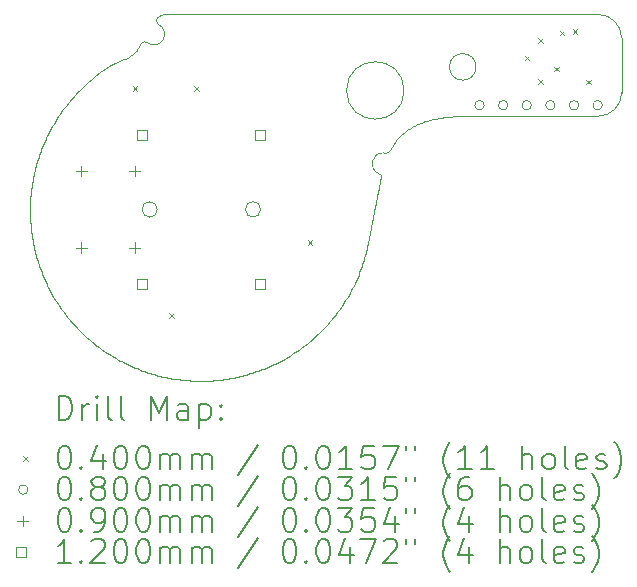
<source format=gbr>
%TF.GenerationSoftware,KiCad,Pcbnew,7.0.6*%
%TF.CreationDate,2023-12-14T14:37:10-08:00*%
%TF.ProjectId,UGC_SubStick,5547435f-5375-4625-9374-69636b2e6b69,rev?*%
%TF.SameCoordinates,Original*%
%TF.FileFunction,Drillmap*%
%TF.FilePolarity,Positive*%
%FSLAX45Y45*%
G04 Gerber Fmt 4.5, Leading zero omitted, Abs format (unit mm)*
G04 Created by KiCad (PCBNEW 7.0.6) date 2023-12-14 14:37:10*
%MOMM*%
%LPD*%
G01*
G04 APERTURE LIST*
%ADD10C,0.100000*%
%ADD11C,0.200000*%
%ADD12C,0.040000*%
%ADD13C,0.080000*%
%ADD14C,0.090000*%
%ADD15C,0.120000*%
G04 APERTURE END LIST*
D10*
X23618272Y-14037382D02*
X23605554Y-14052395D01*
X23593046Y-14067575D01*
X23580749Y-14082920D01*
X23568666Y-14098427D01*
X23556797Y-14114094D01*
X23545144Y-14129920D01*
X23533708Y-14145901D01*
X23522492Y-14162036D01*
X23511496Y-14178322D01*
X23500723Y-14194756D01*
X23490173Y-14211338D01*
X23479849Y-14228064D01*
X23469752Y-14244932D01*
X23459883Y-14261940D01*
X23450244Y-14279086D01*
X23440837Y-14296367D01*
X26241651Y-14687583D02*
X26241343Y-14695279D01*
X26433381Y-14321382D02*
X26442989Y-14313425D01*
X26452798Y-14305743D01*
X26462809Y-14298332D01*
X26473025Y-14291188D01*
X26483450Y-14284307D01*
X26494084Y-14277684D01*
X26504932Y-14271316D01*
X26515996Y-14265197D01*
X26527278Y-14259324D01*
X26538781Y-14253693D01*
X26550508Y-14248298D01*
X26562461Y-14243137D01*
X26574643Y-14238204D01*
X26587056Y-14233495D01*
X26599704Y-14229007D01*
X26612589Y-14224734D01*
X24425418Y-13317610D02*
G75*
G03*
X24351769Y-13344745I2J-113520D01*
G01*
X26168778Y-15063190D02*
X26171046Y-15051693D01*
X26173313Y-15040196D01*
X26175581Y-15028699D01*
X26177849Y-15017201D01*
X26180116Y-15005704D01*
X26182384Y-14994207D01*
X26184652Y-14982710D01*
X26186919Y-14971212D01*
X26189187Y-14959715D01*
X26191454Y-14948218D01*
X26193722Y-14936721D01*
X26195990Y-14925224D01*
X26198257Y-14913726D01*
X26200525Y-14902229D01*
X26202793Y-14890732D01*
X26205060Y-14879235D01*
X26207328Y-14867737D01*
X26209596Y-14856240D01*
X26211863Y-14844743D01*
X26214131Y-14833246D01*
X26216399Y-14821749D01*
X26218666Y-14810251D01*
X26220934Y-14798754D01*
X26223201Y-14787257D01*
X26225469Y-14775760D01*
X26227737Y-14764262D01*
X26230004Y-14752765D01*
X26232272Y-14741268D01*
X26234540Y-14729771D01*
X26236807Y-14718273D01*
X26239075Y-14706776D01*
X26241343Y-14695279D01*
X26239602Y-14680158D02*
X26241651Y-14687583D01*
X23328678Y-15384999D02*
X23333757Y-15401861D01*
X23339038Y-15418650D01*
X23344521Y-15435365D01*
X23350205Y-15452004D01*
X23356088Y-15468565D01*
X23362170Y-15485047D01*
X23368450Y-15501447D01*
X23374927Y-15517765D01*
X23381600Y-15533998D01*
X23388468Y-15550144D01*
X23395531Y-15566203D01*
X23402787Y-15582171D01*
X23410235Y-15598048D01*
X23417875Y-15613832D01*
X23425705Y-15629520D01*
X23433726Y-15645112D01*
X23441935Y-15660605D01*
X23450332Y-15675998D01*
X23458916Y-15691289D01*
X23467686Y-15706476D01*
X23476642Y-15721558D01*
X23485781Y-15736532D01*
X23495104Y-15751398D01*
X23504610Y-15766153D01*
X23514297Y-15780796D01*
X23524165Y-15795324D01*
X23534212Y-15809737D01*
X23544439Y-15824032D01*
X23554843Y-15838208D01*
X23565424Y-15852263D01*
X23576182Y-15866195D01*
X23587115Y-15880003D01*
X26268899Y-14490422D02*
G75*
G03*
X26225809Y-14667115I-10099J-91138D01*
G01*
X24545757Y-16410991D02*
X24563254Y-16412934D01*
X24580764Y-16414662D01*
X24598284Y-16416177D01*
X24615813Y-16417478D01*
X24633348Y-16418565D01*
X24650889Y-16419438D01*
X24668432Y-16420098D01*
X24685977Y-16420544D01*
X24703520Y-16420777D01*
X24721061Y-16420797D01*
X24738596Y-16420604D01*
X24756125Y-16420198D01*
X24773645Y-16419579D01*
X24791155Y-16418748D01*
X24808651Y-16417705D01*
X24826134Y-16416449D01*
X24843599Y-16414982D01*
X24861047Y-16413302D01*
X24878474Y-16411411D01*
X24895878Y-16409308D01*
X24913258Y-16406994D01*
X24930612Y-16404468D01*
X24947938Y-16401732D01*
X24965234Y-16398784D01*
X24982498Y-16395625D01*
X24999727Y-16392256D01*
X25016921Y-16388676D01*
X25034077Y-16384886D01*
X25051193Y-16380886D01*
X25068268Y-16376675D01*
X25085298Y-16372254D01*
X25102283Y-16367624D01*
X24014013Y-16239899D02*
X24029475Y-16248342D01*
X24045030Y-16256591D01*
X24060676Y-16264646D01*
X24076412Y-16272506D01*
X24092235Y-16280170D01*
X24108144Y-16287638D01*
X24124136Y-16294910D01*
X24140211Y-16301983D01*
X24156366Y-16308859D01*
X24172599Y-16315537D01*
X24188908Y-16322015D01*
X24205292Y-16328293D01*
X24221749Y-16334371D01*
X24238276Y-16340248D01*
X24254873Y-16345924D01*
X24271536Y-16351397D01*
X24288265Y-16356667D01*
X24305057Y-16361735D01*
X24321910Y-16366598D01*
X24338823Y-16371257D01*
X24355794Y-16375710D01*
X24372821Y-16379958D01*
X24389902Y-16384000D01*
X24407035Y-16387834D01*
X24424219Y-16391461D01*
X24441451Y-16394880D01*
X24458730Y-16398091D01*
X24476053Y-16401092D01*
X24493419Y-16403883D01*
X24510827Y-16406463D01*
X24528273Y-16408833D01*
X24545757Y-16410991D01*
X24259451Y-13555241D02*
G75*
G03*
X24358984Y-13402763I58939J70251D01*
G01*
X26612589Y-14224734D02*
X26624927Y-14220908D01*
X26637332Y-14217304D01*
X26649782Y-14213917D01*
X26662255Y-14210739D01*
X26674731Y-14207763D01*
X26687187Y-14204984D01*
X26699603Y-14202395D01*
X26711957Y-14199988D01*
X26724226Y-14197757D01*
X26736391Y-14195696D01*
X26748429Y-14193798D01*
X26760319Y-14192056D01*
X26772039Y-14190464D01*
X26783568Y-14189015D01*
X26794884Y-14187702D01*
X26805966Y-14186519D01*
X26816793Y-14185459D01*
X26827343Y-14184516D01*
X26837594Y-14183683D01*
X26857116Y-14182318D01*
X26875185Y-14181314D01*
X26891631Y-14180616D01*
X26906282Y-14180172D01*
X26918966Y-14179929D01*
X26929510Y-14179832D01*
X26933927Y-14179823D01*
X24212383Y-13557128D02*
X24220597Y-13551110D01*
X24223685Y-13549665D01*
X24204761Y-13568323D02*
X24210075Y-13559638D01*
X24212383Y-13557128D01*
X23277498Y-14829687D02*
X23275802Y-14847193D01*
X23274321Y-14864709D01*
X23273054Y-14882232D01*
X23272001Y-14899761D01*
X23271161Y-14917293D01*
X23270536Y-14934827D01*
X23270124Y-14952362D01*
X23269925Y-14969894D01*
X23269939Y-14987422D01*
X23270167Y-15004944D01*
X23270607Y-15022458D01*
X23271259Y-15039962D01*
X23272124Y-15057454D01*
X23273202Y-15074933D01*
X23274491Y-15092396D01*
X23275992Y-15109842D01*
X23277705Y-15127268D01*
X23279630Y-15144672D01*
X23281765Y-15162054D01*
X23284112Y-15179409D01*
X23286670Y-15196738D01*
X23289439Y-15214037D01*
X23292418Y-15231306D01*
X23295608Y-15248541D01*
X23299007Y-15265741D01*
X23302617Y-15282904D01*
X23306437Y-15300028D01*
X23310467Y-15317112D01*
X23314706Y-15334152D01*
X23319154Y-15351148D01*
X23323812Y-15368098D01*
X23328678Y-15384999D01*
X25223220Y-14968852D02*
G75*
G03*
X25223220Y-14968852I-65000J0D01*
G01*
X23440837Y-14296367D02*
X23432627Y-14311924D01*
X23424612Y-14327571D01*
X23416792Y-14343306D01*
X23409167Y-14359128D01*
X23401739Y-14375034D01*
X23394508Y-14391023D01*
X23387474Y-14407094D01*
X23380639Y-14423243D01*
X23374002Y-14439469D01*
X23367564Y-14455771D01*
X23361326Y-14472146D01*
X23355288Y-14488593D01*
X23349451Y-14505110D01*
X23343816Y-14521694D01*
X23338383Y-14538344D01*
X23333152Y-14555059D01*
X23328125Y-14571836D01*
X23323302Y-14588673D01*
X23318683Y-14605568D01*
X23314269Y-14622521D01*
X23310060Y-14639528D01*
X23306058Y-14656588D01*
X23302262Y-14673699D01*
X23298674Y-14690859D01*
X23295293Y-14708066D01*
X23292121Y-14725319D01*
X23289158Y-14742616D01*
X23286405Y-14759954D01*
X23283861Y-14777332D01*
X23281529Y-14794748D01*
X23279407Y-14812201D01*
X23277498Y-14829687D01*
X24075760Y-13695442D02*
G75*
G03*
X23847358Y-13823002I358960J-910998D01*
G01*
X26233992Y-14672276D02*
X26239602Y-14680158D01*
X24348220Y-14968852D02*
G75*
G03*
X24348220Y-14968852I-65000J0D01*
G01*
X23847358Y-13823002D02*
X23831705Y-13834905D01*
X23816221Y-13847016D01*
X23800908Y-13859333D01*
X23785767Y-13871855D01*
X23770801Y-13884579D01*
X23756011Y-13897504D01*
X23741400Y-13910628D01*
X23726970Y-13923949D01*
X23712723Y-13937465D01*
X23698660Y-13951175D01*
X23684783Y-13965075D01*
X23671096Y-13979165D01*
X23657599Y-13993443D01*
X23644294Y-14007906D01*
X23631185Y-14022553D01*
X23618272Y-14037382D01*
X26933927Y-14179823D02*
X28079541Y-14179823D01*
X26436773Y-13961973D02*
G75*
G03*
X26436773Y-13961973I-243000J0D01*
G01*
X25967520Y-15693868D02*
X25979138Y-15673253D01*
X25990163Y-15653068D01*
X26000620Y-15633276D01*
X26010533Y-15613840D01*
X26019928Y-15594723D01*
X26028829Y-15575888D01*
X26037261Y-15557297D01*
X26045249Y-15538913D01*
X26052819Y-15520699D01*
X26059996Y-15502618D01*
X26066803Y-15484633D01*
X26073267Y-15466707D01*
X26079411Y-15448801D01*
X26085262Y-15430880D01*
X26090844Y-15412906D01*
X26096182Y-15394841D01*
X26101301Y-15376649D01*
X26106226Y-15358293D01*
X26110982Y-15339734D01*
X26115593Y-15320937D01*
X26120086Y-15301864D01*
X26124484Y-15282477D01*
X26128813Y-15262739D01*
X26133098Y-15242614D01*
X26137363Y-15222064D01*
X26141635Y-15201051D01*
X26145936Y-15179540D01*
X26150294Y-15157492D01*
X26154732Y-15134870D01*
X26159275Y-15111637D01*
X26163949Y-15087756D01*
X26168778Y-15063190D01*
X24351771Y-13344747D02*
G75*
G03*
X24358984Y-13402763I22709J-26633D01*
G01*
X28079541Y-13317611D02*
X24425418Y-13317611D01*
X25102283Y-16367624D02*
X25119238Y-16362779D01*
X25136123Y-16357730D01*
X25152937Y-16352479D01*
X25169677Y-16347025D01*
X25186342Y-16341370D01*
X25202931Y-16335515D01*
X25219441Y-16329461D01*
X25235871Y-16323208D01*
X25252218Y-16316757D01*
X25268482Y-16310110D01*
X25284661Y-16303267D01*
X25300752Y-16296229D01*
X25316755Y-16288997D01*
X25332666Y-16281572D01*
X25348485Y-16273955D01*
X25364210Y-16266146D01*
X25379839Y-16258146D01*
X25395370Y-16249957D01*
X25410801Y-16241579D01*
X25426131Y-16233013D01*
X25441358Y-16224260D01*
X25456481Y-16215321D01*
X25471497Y-16206197D01*
X25486404Y-16196889D01*
X25501202Y-16187396D01*
X25515887Y-16177722D01*
X25530460Y-16167865D01*
X25544916Y-16157828D01*
X25559256Y-16147611D01*
X25573477Y-16137215D01*
X25587578Y-16126640D01*
X25601556Y-16115888D01*
X26318066Y-14465087D02*
X26323091Y-14456236D01*
X26328344Y-14447304D01*
X26333839Y-14438305D01*
X26339588Y-14429252D01*
X26345605Y-14420160D01*
X26351905Y-14411041D01*
X26358499Y-14401910D01*
X26365403Y-14392779D01*
X26372629Y-14383663D01*
X26380192Y-14374574D01*
X26388104Y-14365527D01*
X26396379Y-14356534D01*
X26405030Y-14347610D01*
X26414072Y-14338767D01*
X26423518Y-14330020D01*
X26433381Y-14321382D01*
X23587115Y-15880003D02*
X23598212Y-15893673D01*
X23609470Y-15907199D01*
X23620886Y-15920581D01*
X23632458Y-15933816D01*
X23644185Y-15946904D01*
X23656066Y-15959843D01*
X23668100Y-15972632D01*
X23680283Y-15985269D01*
X23692616Y-15997754D01*
X23705097Y-16010086D01*
X23717724Y-16022262D01*
X23730496Y-16034282D01*
X23743410Y-16046144D01*
X23756467Y-16057847D01*
X23769664Y-16069390D01*
X23782999Y-16080772D01*
X23796472Y-16091991D01*
X23810080Y-16103046D01*
X23823823Y-16113936D01*
X23837698Y-16124659D01*
X23851705Y-16135215D01*
X23865841Y-16145602D01*
X23880106Y-16155819D01*
X23894497Y-16165864D01*
X23909014Y-16175736D01*
X23923654Y-16185434D01*
X23938417Y-16194957D01*
X23953300Y-16204304D01*
X23968303Y-16213472D01*
X23983424Y-16222462D01*
X23998661Y-16231271D01*
X24014013Y-16239899D01*
X24204761Y-13568323D02*
X24200623Y-13577607D01*
X24196260Y-13586591D01*
X26305545Y-14479838D02*
X26296847Y-14485399D01*
X26288362Y-14488731D01*
X25601556Y-16115888D02*
X25615386Y-16104979D01*
X25629075Y-16093908D01*
X25642621Y-16082676D01*
X25656024Y-16071286D01*
X25669280Y-16059738D01*
X25682390Y-16048035D01*
X25695353Y-16036177D01*
X25708165Y-16024166D01*
X25720828Y-16012004D01*
X25733338Y-15999692D01*
X25745695Y-15987231D01*
X25757898Y-15974623D01*
X25769945Y-15961870D01*
X25781835Y-15948972D01*
X25793567Y-15935932D01*
X25805139Y-15922751D01*
X25816550Y-15909430D01*
X25827799Y-15895971D01*
X25838884Y-15882376D01*
X25849805Y-15868645D01*
X25860559Y-15854781D01*
X25871146Y-15840784D01*
X25881564Y-15826656D01*
X25891812Y-15812400D01*
X25901889Y-15798015D01*
X25911793Y-15783504D01*
X25921523Y-15768868D01*
X25931078Y-15754109D01*
X25940457Y-15739228D01*
X25949657Y-15724227D01*
X25958679Y-15709106D01*
X25967520Y-15693868D01*
X24223685Y-13549665D02*
X24233568Y-13547216D01*
X24236975Y-13547052D01*
X28279539Y-13517611D02*
G75*
G03*
X28079541Y-13317611I-199999J1D01*
G01*
X28079541Y-14179821D02*
G75*
G03*
X28279541Y-13979823I-1J200001D01*
G01*
X27046427Y-13762138D02*
G75*
G03*
X27046427Y-13762138I-112500J0D01*
G01*
X28279541Y-13979823D02*
X28279541Y-13517611D01*
X26318066Y-14465087D02*
X26312130Y-14473535D01*
X26305545Y-14479838D01*
X24137963Y-13659420D02*
X24129414Y-13665451D01*
X24120175Y-13671738D01*
X24110123Y-13678057D01*
X24099858Y-13683793D01*
X24090113Y-13688703D01*
X24080946Y-13693049D01*
X24075761Y-13695442D01*
X24236975Y-13547052D02*
X24247123Y-13548561D01*
X24248935Y-13549165D01*
X24196260Y-13586591D02*
X24191172Y-13595290D01*
X24185252Y-13605077D01*
X24179738Y-13613673D01*
X24173847Y-13622081D01*
X24172709Y-13623616D01*
X26225809Y-14667115D02*
X26233992Y-14672276D01*
X24248935Y-13549165D02*
X24257956Y-13554052D01*
X24259452Y-13555239D01*
X24172709Y-13623616D02*
X24165770Y-13631311D01*
X24158558Y-13639160D01*
X24151646Y-13646440D01*
X24144528Y-13653493D01*
X24137963Y-13659420D01*
X26288362Y-14488731D02*
X26278102Y-14490581D01*
X26268900Y-14490413D01*
D11*
D12*
X24140000Y-13922500D02*
X24180000Y-13962500D01*
X24180000Y-13922500D02*
X24140000Y-13962500D01*
X24450000Y-15845000D02*
X24490000Y-15885000D01*
X24490000Y-15845000D02*
X24450000Y-15885000D01*
X24657500Y-13922500D02*
X24697500Y-13962500D01*
X24697500Y-13922500D02*
X24657500Y-13962500D01*
X25620000Y-15230000D02*
X25660000Y-15270000D01*
X25660000Y-15230000D02*
X25620000Y-15270000D01*
X27457500Y-13667500D02*
X27497500Y-13707500D01*
X27497500Y-13667500D02*
X27457500Y-13707500D01*
X27572500Y-13517500D02*
X27612500Y-13557500D01*
X27612500Y-13517500D02*
X27572500Y-13557500D01*
X27575000Y-13865000D02*
X27615000Y-13905000D01*
X27615000Y-13865000D02*
X27575000Y-13905000D01*
X27705000Y-13760000D02*
X27745000Y-13800000D01*
X27745000Y-13760000D02*
X27705000Y-13800000D01*
X27755000Y-13455000D02*
X27795000Y-13495000D01*
X27795000Y-13455000D02*
X27755000Y-13495000D01*
X27865000Y-13440000D02*
X27905000Y-13480000D01*
X27905000Y-13440000D02*
X27865000Y-13480000D01*
X27980000Y-13870000D02*
X28020000Y-13910000D01*
X28020000Y-13870000D02*
X27980000Y-13910000D01*
D13*
X27116100Y-14086741D02*
G75*
G03*
X27116100Y-14086741I-40000J0D01*
G01*
X27316100Y-14086741D02*
G75*
G03*
X27316100Y-14086741I-40000J0D01*
G01*
X27516100Y-14086741D02*
G75*
G03*
X27516100Y-14086741I-40000J0D01*
G01*
X27716100Y-14086741D02*
G75*
G03*
X27716100Y-14086741I-40000J0D01*
G01*
X27916100Y-14086741D02*
G75*
G03*
X27916100Y-14086741I-40000J0D01*
G01*
X28116100Y-14086741D02*
G75*
G03*
X28116100Y-14086741I-40000J0D01*
G01*
D14*
X23705720Y-14598852D02*
X23705720Y-14688852D01*
X23660720Y-14643852D02*
X23750720Y-14643852D01*
X23705720Y-15248852D02*
X23705720Y-15338852D01*
X23660720Y-15293852D02*
X23750720Y-15293852D01*
X24155720Y-14598852D02*
X24155720Y-14688852D01*
X24110720Y-14643852D02*
X24200720Y-14643852D01*
X24155720Y-15248852D02*
X24155720Y-15338852D01*
X24110720Y-15293852D02*
X24200720Y-15293852D01*
D15*
X24263147Y-14378779D02*
X24263147Y-14293925D01*
X24178293Y-14293925D01*
X24178293Y-14378779D01*
X24263147Y-14378779D01*
X24263147Y-15643779D02*
X24263147Y-15558925D01*
X24178293Y-15558925D01*
X24178293Y-15643779D01*
X24263147Y-15643779D01*
X25263147Y-14378779D02*
X25263147Y-14293925D01*
X25178293Y-14293925D01*
X25178293Y-14378779D01*
X25263147Y-14378779D01*
X25263147Y-15643779D02*
X25263147Y-15558925D01*
X25178293Y-15558925D01*
X25178293Y-15643779D01*
X25263147Y-15643779D01*
D11*
X23514043Y-16749344D02*
X23514043Y-16549344D01*
X23514043Y-16549344D02*
X23561662Y-16549344D01*
X23561662Y-16549344D02*
X23590233Y-16558868D01*
X23590233Y-16558868D02*
X23609281Y-16577916D01*
X23609281Y-16577916D02*
X23618805Y-16596963D01*
X23618805Y-16596963D02*
X23628329Y-16635059D01*
X23628329Y-16635059D02*
X23628329Y-16663630D01*
X23628329Y-16663630D02*
X23618805Y-16701725D01*
X23618805Y-16701725D02*
X23609281Y-16720773D01*
X23609281Y-16720773D02*
X23590233Y-16739821D01*
X23590233Y-16739821D02*
X23561662Y-16749344D01*
X23561662Y-16749344D02*
X23514043Y-16749344D01*
X23714043Y-16749344D02*
X23714043Y-16616011D01*
X23714043Y-16654106D02*
X23723567Y-16635059D01*
X23723567Y-16635059D02*
X23733090Y-16625535D01*
X23733090Y-16625535D02*
X23752138Y-16616011D01*
X23752138Y-16616011D02*
X23771186Y-16616011D01*
X23837852Y-16749344D02*
X23837852Y-16616011D01*
X23837852Y-16549344D02*
X23828329Y-16558868D01*
X23828329Y-16558868D02*
X23837852Y-16568392D01*
X23837852Y-16568392D02*
X23847376Y-16558868D01*
X23847376Y-16558868D02*
X23837852Y-16549344D01*
X23837852Y-16549344D02*
X23837852Y-16568392D01*
X23961662Y-16749344D02*
X23942614Y-16739821D01*
X23942614Y-16739821D02*
X23933090Y-16720773D01*
X23933090Y-16720773D02*
X23933090Y-16549344D01*
X24066424Y-16749344D02*
X24047376Y-16739821D01*
X24047376Y-16739821D02*
X24037852Y-16720773D01*
X24037852Y-16720773D02*
X24037852Y-16549344D01*
X24294995Y-16749344D02*
X24294995Y-16549344D01*
X24294995Y-16549344D02*
X24361662Y-16692202D01*
X24361662Y-16692202D02*
X24428329Y-16549344D01*
X24428329Y-16549344D02*
X24428329Y-16749344D01*
X24609281Y-16749344D02*
X24609281Y-16644583D01*
X24609281Y-16644583D02*
X24599757Y-16625535D01*
X24599757Y-16625535D02*
X24580710Y-16616011D01*
X24580710Y-16616011D02*
X24542614Y-16616011D01*
X24542614Y-16616011D02*
X24523567Y-16625535D01*
X24609281Y-16739821D02*
X24590233Y-16749344D01*
X24590233Y-16749344D02*
X24542614Y-16749344D01*
X24542614Y-16749344D02*
X24523567Y-16739821D01*
X24523567Y-16739821D02*
X24514043Y-16720773D01*
X24514043Y-16720773D02*
X24514043Y-16701725D01*
X24514043Y-16701725D02*
X24523567Y-16682678D01*
X24523567Y-16682678D02*
X24542614Y-16673154D01*
X24542614Y-16673154D02*
X24590233Y-16673154D01*
X24590233Y-16673154D02*
X24609281Y-16663630D01*
X24704519Y-16616011D02*
X24704519Y-16816011D01*
X24704519Y-16625535D02*
X24723567Y-16616011D01*
X24723567Y-16616011D02*
X24761662Y-16616011D01*
X24761662Y-16616011D02*
X24780710Y-16625535D01*
X24780710Y-16625535D02*
X24790233Y-16635059D01*
X24790233Y-16635059D02*
X24799757Y-16654106D01*
X24799757Y-16654106D02*
X24799757Y-16711249D01*
X24799757Y-16711249D02*
X24790233Y-16730297D01*
X24790233Y-16730297D02*
X24780710Y-16739821D01*
X24780710Y-16739821D02*
X24761662Y-16749344D01*
X24761662Y-16749344D02*
X24723567Y-16749344D01*
X24723567Y-16749344D02*
X24704519Y-16739821D01*
X24885471Y-16730297D02*
X24894995Y-16739821D01*
X24894995Y-16739821D02*
X24885471Y-16749344D01*
X24885471Y-16749344D02*
X24875948Y-16739821D01*
X24875948Y-16739821D02*
X24885471Y-16730297D01*
X24885471Y-16730297D02*
X24885471Y-16749344D01*
X24885471Y-16625535D02*
X24894995Y-16635059D01*
X24894995Y-16635059D02*
X24885471Y-16644583D01*
X24885471Y-16644583D02*
X24875948Y-16635059D01*
X24875948Y-16635059D02*
X24885471Y-16625535D01*
X24885471Y-16625535D02*
X24885471Y-16644583D01*
D12*
X23213266Y-17057861D02*
X23253266Y-17097861D01*
X23253266Y-17057861D02*
X23213266Y-17097861D01*
D11*
X23552138Y-16969345D02*
X23571186Y-16969345D01*
X23571186Y-16969345D02*
X23590233Y-16978868D01*
X23590233Y-16978868D02*
X23599757Y-16988392D01*
X23599757Y-16988392D02*
X23609281Y-17007440D01*
X23609281Y-17007440D02*
X23618805Y-17045535D01*
X23618805Y-17045535D02*
X23618805Y-17093154D01*
X23618805Y-17093154D02*
X23609281Y-17131249D01*
X23609281Y-17131249D02*
X23599757Y-17150297D01*
X23599757Y-17150297D02*
X23590233Y-17159821D01*
X23590233Y-17159821D02*
X23571186Y-17169345D01*
X23571186Y-17169345D02*
X23552138Y-17169345D01*
X23552138Y-17169345D02*
X23533090Y-17159821D01*
X23533090Y-17159821D02*
X23523567Y-17150297D01*
X23523567Y-17150297D02*
X23514043Y-17131249D01*
X23514043Y-17131249D02*
X23504519Y-17093154D01*
X23504519Y-17093154D02*
X23504519Y-17045535D01*
X23504519Y-17045535D02*
X23514043Y-17007440D01*
X23514043Y-17007440D02*
X23523567Y-16988392D01*
X23523567Y-16988392D02*
X23533090Y-16978868D01*
X23533090Y-16978868D02*
X23552138Y-16969345D01*
X23704519Y-17150297D02*
X23714043Y-17159821D01*
X23714043Y-17159821D02*
X23704519Y-17169345D01*
X23704519Y-17169345D02*
X23694995Y-17159821D01*
X23694995Y-17159821D02*
X23704519Y-17150297D01*
X23704519Y-17150297D02*
X23704519Y-17169345D01*
X23885471Y-17036011D02*
X23885471Y-17169345D01*
X23837852Y-16959821D02*
X23790233Y-17102678D01*
X23790233Y-17102678D02*
X23914043Y-17102678D01*
X24028329Y-16969345D02*
X24047376Y-16969345D01*
X24047376Y-16969345D02*
X24066424Y-16978868D01*
X24066424Y-16978868D02*
X24075948Y-16988392D01*
X24075948Y-16988392D02*
X24085471Y-17007440D01*
X24085471Y-17007440D02*
X24094995Y-17045535D01*
X24094995Y-17045535D02*
X24094995Y-17093154D01*
X24094995Y-17093154D02*
X24085471Y-17131249D01*
X24085471Y-17131249D02*
X24075948Y-17150297D01*
X24075948Y-17150297D02*
X24066424Y-17159821D01*
X24066424Y-17159821D02*
X24047376Y-17169345D01*
X24047376Y-17169345D02*
X24028329Y-17169345D01*
X24028329Y-17169345D02*
X24009281Y-17159821D01*
X24009281Y-17159821D02*
X23999757Y-17150297D01*
X23999757Y-17150297D02*
X23990233Y-17131249D01*
X23990233Y-17131249D02*
X23980710Y-17093154D01*
X23980710Y-17093154D02*
X23980710Y-17045535D01*
X23980710Y-17045535D02*
X23990233Y-17007440D01*
X23990233Y-17007440D02*
X23999757Y-16988392D01*
X23999757Y-16988392D02*
X24009281Y-16978868D01*
X24009281Y-16978868D02*
X24028329Y-16969345D01*
X24218805Y-16969345D02*
X24237852Y-16969345D01*
X24237852Y-16969345D02*
X24256900Y-16978868D01*
X24256900Y-16978868D02*
X24266424Y-16988392D01*
X24266424Y-16988392D02*
X24275948Y-17007440D01*
X24275948Y-17007440D02*
X24285471Y-17045535D01*
X24285471Y-17045535D02*
X24285471Y-17093154D01*
X24285471Y-17093154D02*
X24275948Y-17131249D01*
X24275948Y-17131249D02*
X24266424Y-17150297D01*
X24266424Y-17150297D02*
X24256900Y-17159821D01*
X24256900Y-17159821D02*
X24237852Y-17169345D01*
X24237852Y-17169345D02*
X24218805Y-17169345D01*
X24218805Y-17169345D02*
X24199757Y-17159821D01*
X24199757Y-17159821D02*
X24190233Y-17150297D01*
X24190233Y-17150297D02*
X24180710Y-17131249D01*
X24180710Y-17131249D02*
X24171186Y-17093154D01*
X24171186Y-17093154D02*
X24171186Y-17045535D01*
X24171186Y-17045535D02*
X24180710Y-17007440D01*
X24180710Y-17007440D02*
X24190233Y-16988392D01*
X24190233Y-16988392D02*
X24199757Y-16978868D01*
X24199757Y-16978868D02*
X24218805Y-16969345D01*
X24371186Y-17169345D02*
X24371186Y-17036011D01*
X24371186Y-17055059D02*
X24380710Y-17045535D01*
X24380710Y-17045535D02*
X24399757Y-17036011D01*
X24399757Y-17036011D02*
X24428329Y-17036011D01*
X24428329Y-17036011D02*
X24447376Y-17045535D01*
X24447376Y-17045535D02*
X24456900Y-17064583D01*
X24456900Y-17064583D02*
X24456900Y-17169345D01*
X24456900Y-17064583D02*
X24466424Y-17045535D01*
X24466424Y-17045535D02*
X24485471Y-17036011D01*
X24485471Y-17036011D02*
X24514043Y-17036011D01*
X24514043Y-17036011D02*
X24533091Y-17045535D01*
X24533091Y-17045535D02*
X24542614Y-17064583D01*
X24542614Y-17064583D02*
X24542614Y-17169345D01*
X24637852Y-17169345D02*
X24637852Y-17036011D01*
X24637852Y-17055059D02*
X24647376Y-17045535D01*
X24647376Y-17045535D02*
X24666424Y-17036011D01*
X24666424Y-17036011D02*
X24694995Y-17036011D01*
X24694995Y-17036011D02*
X24714043Y-17045535D01*
X24714043Y-17045535D02*
X24723567Y-17064583D01*
X24723567Y-17064583D02*
X24723567Y-17169345D01*
X24723567Y-17064583D02*
X24733091Y-17045535D01*
X24733091Y-17045535D02*
X24752138Y-17036011D01*
X24752138Y-17036011D02*
X24780710Y-17036011D01*
X24780710Y-17036011D02*
X24799757Y-17045535D01*
X24799757Y-17045535D02*
X24809281Y-17064583D01*
X24809281Y-17064583D02*
X24809281Y-17169345D01*
X25199757Y-16959821D02*
X25028329Y-17216964D01*
X25456900Y-16969345D02*
X25475948Y-16969345D01*
X25475948Y-16969345D02*
X25494995Y-16978868D01*
X25494995Y-16978868D02*
X25504519Y-16988392D01*
X25504519Y-16988392D02*
X25514043Y-17007440D01*
X25514043Y-17007440D02*
X25523567Y-17045535D01*
X25523567Y-17045535D02*
X25523567Y-17093154D01*
X25523567Y-17093154D02*
X25514043Y-17131249D01*
X25514043Y-17131249D02*
X25504519Y-17150297D01*
X25504519Y-17150297D02*
X25494995Y-17159821D01*
X25494995Y-17159821D02*
X25475948Y-17169345D01*
X25475948Y-17169345D02*
X25456900Y-17169345D01*
X25456900Y-17169345D02*
X25437853Y-17159821D01*
X25437853Y-17159821D02*
X25428329Y-17150297D01*
X25428329Y-17150297D02*
X25418805Y-17131249D01*
X25418805Y-17131249D02*
X25409281Y-17093154D01*
X25409281Y-17093154D02*
X25409281Y-17045535D01*
X25409281Y-17045535D02*
X25418805Y-17007440D01*
X25418805Y-17007440D02*
X25428329Y-16988392D01*
X25428329Y-16988392D02*
X25437853Y-16978868D01*
X25437853Y-16978868D02*
X25456900Y-16969345D01*
X25609281Y-17150297D02*
X25618805Y-17159821D01*
X25618805Y-17159821D02*
X25609281Y-17169345D01*
X25609281Y-17169345D02*
X25599757Y-17159821D01*
X25599757Y-17159821D02*
X25609281Y-17150297D01*
X25609281Y-17150297D02*
X25609281Y-17169345D01*
X25742614Y-16969345D02*
X25761662Y-16969345D01*
X25761662Y-16969345D02*
X25780710Y-16978868D01*
X25780710Y-16978868D02*
X25790234Y-16988392D01*
X25790234Y-16988392D02*
X25799757Y-17007440D01*
X25799757Y-17007440D02*
X25809281Y-17045535D01*
X25809281Y-17045535D02*
X25809281Y-17093154D01*
X25809281Y-17093154D02*
X25799757Y-17131249D01*
X25799757Y-17131249D02*
X25790234Y-17150297D01*
X25790234Y-17150297D02*
X25780710Y-17159821D01*
X25780710Y-17159821D02*
X25761662Y-17169345D01*
X25761662Y-17169345D02*
X25742614Y-17169345D01*
X25742614Y-17169345D02*
X25723567Y-17159821D01*
X25723567Y-17159821D02*
X25714043Y-17150297D01*
X25714043Y-17150297D02*
X25704519Y-17131249D01*
X25704519Y-17131249D02*
X25694995Y-17093154D01*
X25694995Y-17093154D02*
X25694995Y-17045535D01*
X25694995Y-17045535D02*
X25704519Y-17007440D01*
X25704519Y-17007440D02*
X25714043Y-16988392D01*
X25714043Y-16988392D02*
X25723567Y-16978868D01*
X25723567Y-16978868D02*
X25742614Y-16969345D01*
X25999757Y-17169345D02*
X25885472Y-17169345D01*
X25942614Y-17169345D02*
X25942614Y-16969345D01*
X25942614Y-16969345D02*
X25923567Y-16997916D01*
X25923567Y-16997916D02*
X25904519Y-17016964D01*
X25904519Y-17016964D02*
X25885472Y-17026487D01*
X26180710Y-16969345D02*
X26085472Y-16969345D01*
X26085472Y-16969345D02*
X26075948Y-17064583D01*
X26075948Y-17064583D02*
X26085472Y-17055059D01*
X26085472Y-17055059D02*
X26104519Y-17045535D01*
X26104519Y-17045535D02*
X26152138Y-17045535D01*
X26152138Y-17045535D02*
X26171186Y-17055059D01*
X26171186Y-17055059D02*
X26180710Y-17064583D01*
X26180710Y-17064583D02*
X26190234Y-17083630D01*
X26190234Y-17083630D02*
X26190234Y-17131249D01*
X26190234Y-17131249D02*
X26180710Y-17150297D01*
X26180710Y-17150297D02*
X26171186Y-17159821D01*
X26171186Y-17159821D02*
X26152138Y-17169345D01*
X26152138Y-17169345D02*
X26104519Y-17169345D01*
X26104519Y-17169345D02*
X26085472Y-17159821D01*
X26085472Y-17159821D02*
X26075948Y-17150297D01*
X26256900Y-16969345D02*
X26390234Y-16969345D01*
X26390234Y-16969345D02*
X26304519Y-17169345D01*
X26456900Y-16969345D02*
X26456900Y-17007440D01*
X26533091Y-16969345D02*
X26533091Y-17007440D01*
X26828329Y-17245535D02*
X26818805Y-17236011D01*
X26818805Y-17236011D02*
X26799757Y-17207440D01*
X26799757Y-17207440D02*
X26790234Y-17188392D01*
X26790234Y-17188392D02*
X26780710Y-17159821D01*
X26780710Y-17159821D02*
X26771186Y-17112202D01*
X26771186Y-17112202D02*
X26771186Y-17074106D01*
X26771186Y-17074106D02*
X26780710Y-17026487D01*
X26780710Y-17026487D02*
X26790234Y-16997916D01*
X26790234Y-16997916D02*
X26799757Y-16978868D01*
X26799757Y-16978868D02*
X26818805Y-16950297D01*
X26818805Y-16950297D02*
X26828329Y-16940773D01*
X27009281Y-17169345D02*
X26894996Y-17169345D01*
X26952138Y-17169345D02*
X26952138Y-16969345D01*
X26952138Y-16969345D02*
X26933091Y-16997916D01*
X26933091Y-16997916D02*
X26914043Y-17016964D01*
X26914043Y-17016964D02*
X26894996Y-17026487D01*
X27199757Y-17169345D02*
X27085472Y-17169345D01*
X27142615Y-17169345D02*
X27142615Y-16969345D01*
X27142615Y-16969345D02*
X27123567Y-16997916D01*
X27123567Y-16997916D02*
X27104519Y-17016964D01*
X27104519Y-17016964D02*
X27085472Y-17026487D01*
X27437853Y-17169345D02*
X27437853Y-16969345D01*
X27523567Y-17169345D02*
X27523567Y-17064583D01*
X27523567Y-17064583D02*
X27514043Y-17045535D01*
X27514043Y-17045535D02*
X27494996Y-17036011D01*
X27494996Y-17036011D02*
X27466424Y-17036011D01*
X27466424Y-17036011D02*
X27447377Y-17045535D01*
X27447377Y-17045535D02*
X27437853Y-17055059D01*
X27647377Y-17169345D02*
X27628329Y-17159821D01*
X27628329Y-17159821D02*
X27618805Y-17150297D01*
X27618805Y-17150297D02*
X27609281Y-17131249D01*
X27609281Y-17131249D02*
X27609281Y-17074106D01*
X27609281Y-17074106D02*
X27618805Y-17055059D01*
X27618805Y-17055059D02*
X27628329Y-17045535D01*
X27628329Y-17045535D02*
X27647377Y-17036011D01*
X27647377Y-17036011D02*
X27675948Y-17036011D01*
X27675948Y-17036011D02*
X27694996Y-17045535D01*
X27694996Y-17045535D02*
X27704519Y-17055059D01*
X27704519Y-17055059D02*
X27714043Y-17074106D01*
X27714043Y-17074106D02*
X27714043Y-17131249D01*
X27714043Y-17131249D02*
X27704519Y-17150297D01*
X27704519Y-17150297D02*
X27694996Y-17159821D01*
X27694996Y-17159821D02*
X27675948Y-17169345D01*
X27675948Y-17169345D02*
X27647377Y-17169345D01*
X27828329Y-17169345D02*
X27809281Y-17159821D01*
X27809281Y-17159821D02*
X27799758Y-17140773D01*
X27799758Y-17140773D02*
X27799758Y-16969345D01*
X27980710Y-17159821D02*
X27961662Y-17169345D01*
X27961662Y-17169345D02*
X27923567Y-17169345D01*
X27923567Y-17169345D02*
X27904519Y-17159821D01*
X27904519Y-17159821D02*
X27894996Y-17140773D01*
X27894996Y-17140773D02*
X27894996Y-17064583D01*
X27894996Y-17064583D02*
X27904519Y-17045535D01*
X27904519Y-17045535D02*
X27923567Y-17036011D01*
X27923567Y-17036011D02*
X27961662Y-17036011D01*
X27961662Y-17036011D02*
X27980710Y-17045535D01*
X27980710Y-17045535D02*
X27990234Y-17064583D01*
X27990234Y-17064583D02*
X27990234Y-17083630D01*
X27990234Y-17083630D02*
X27894996Y-17102678D01*
X28066424Y-17159821D02*
X28085472Y-17169345D01*
X28085472Y-17169345D02*
X28123567Y-17169345D01*
X28123567Y-17169345D02*
X28142615Y-17159821D01*
X28142615Y-17159821D02*
X28152139Y-17140773D01*
X28152139Y-17140773D02*
X28152139Y-17131249D01*
X28152139Y-17131249D02*
X28142615Y-17112202D01*
X28142615Y-17112202D02*
X28123567Y-17102678D01*
X28123567Y-17102678D02*
X28094996Y-17102678D01*
X28094996Y-17102678D02*
X28075948Y-17093154D01*
X28075948Y-17093154D02*
X28066424Y-17074106D01*
X28066424Y-17074106D02*
X28066424Y-17064583D01*
X28066424Y-17064583D02*
X28075948Y-17045535D01*
X28075948Y-17045535D02*
X28094996Y-17036011D01*
X28094996Y-17036011D02*
X28123567Y-17036011D01*
X28123567Y-17036011D02*
X28142615Y-17045535D01*
X28218805Y-17245535D02*
X28228329Y-17236011D01*
X28228329Y-17236011D02*
X28247377Y-17207440D01*
X28247377Y-17207440D02*
X28256900Y-17188392D01*
X28256900Y-17188392D02*
X28266424Y-17159821D01*
X28266424Y-17159821D02*
X28275948Y-17112202D01*
X28275948Y-17112202D02*
X28275948Y-17074106D01*
X28275948Y-17074106D02*
X28266424Y-17026487D01*
X28266424Y-17026487D02*
X28256900Y-16997916D01*
X28256900Y-16997916D02*
X28247377Y-16978868D01*
X28247377Y-16978868D02*
X28228329Y-16950297D01*
X28228329Y-16950297D02*
X28218805Y-16940773D01*
D13*
X23253266Y-17341861D02*
G75*
G03*
X23253266Y-17341861I-40000J0D01*
G01*
D11*
X23552138Y-17233345D02*
X23571186Y-17233345D01*
X23571186Y-17233345D02*
X23590233Y-17242868D01*
X23590233Y-17242868D02*
X23599757Y-17252392D01*
X23599757Y-17252392D02*
X23609281Y-17271440D01*
X23609281Y-17271440D02*
X23618805Y-17309535D01*
X23618805Y-17309535D02*
X23618805Y-17357154D01*
X23618805Y-17357154D02*
X23609281Y-17395249D01*
X23609281Y-17395249D02*
X23599757Y-17414297D01*
X23599757Y-17414297D02*
X23590233Y-17423821D01*
X23590233Y-17423821D02*
X23571186Y-17433345D01*
X23571186Y-17433345D02*
X23552138Y-17433345D01*
X23552138Y-17433345D02*
X23533090Y-17423821D01*
X23533090Y-17423821D02*
X23523567Y-17414297D01*
X23523567Y-17414297D02*
X23514043Y-17395249D01*
X23514043Y-17395249D02*
X23504519Y-17357154D01*
X23504519Y-17357154D02*
X23504519Y-17309535D01*
X23504519Y-17309535D02*
X23514043Y-17271440D01*
X23514043Y-17271440D02*
X23523567Y-17252392D01*
X23523567Y-17252392D02*
X23533090Y-17242868D01*
X23533090Y-17242868D02*
X23552138Y-17233345D01*
X23704519Y-17414297D02*
X23714043Y-17423821D01*
X23714043Y-17423821D02*
X23704519Y-17433345D01*
X23704519Y-17433345D02*
X23694995Y-17423821D01*
X23694995Y-17423821D02*
X23704519Y-17414297D01*
X23704519Y-17414297D02*
X23704519Y-17433345D01*
X23828329Y-17319059D02*
X23809281Y-17309535D01*
X23809281Y-17309535D02*
X23799757Y-17300011D01*
X23799757Y-17300011D02*
X23790233Y-17280964D01*
X23790233Y-17280964D02*
X23790233Y-17271440D01*
X23790233Y-17271440D02*
X23799757Y-17252392D01*
X23799757Y-17252392D02*
X23809281Y-17242868D01*
X23809281Y-17242868D02*
X23828329Y-17233345D01*
X23828329Y-17233345D02*
X23866424Y-17233345D01*
X23866424Y-17233345D02*
X23885471Y-17242868D01*
X23885471Y-17242868D02*
X23894995Y-17252392D01*
X23894995Y-17252392D02*
X23904519Y-17271440D01*
X23904519Y-17271440D02*
X23904519Y-17280964D01*
X23904519Y-17280964D02*
X23894995Y-17300011D01*
X23894995Y-17300011D02*
X23885471Y-17309535D01*
X23885471Y-17309535D02*
X23866424Y-17319059D01*
X23866424Y-17319059D02*
X23828329Y-17319059D01*
X23828329Y-17319059D02*
X23809281Y-17328583D01*
X23809281Y-17328583D02*
X23799757Y-17338106D01*
X23799757Y-17338106D02*
X23790233Y-17357154D01*
X23790233Y-17357154D02*
X23790233Y-17395249D01*
X23790233Y-17395249D02*
X23799757Y-17414297D01*
X23799757Y-17414297D02*
X23809281Y-17423821D01*
X23809281Y-17423821D02*
X23828329Y-17433345D01*
X23828329Y-17433345D02*
X23866424Y-17433345D01*
X23866424Y-17433345D02*
X23885471Y-17423821D01*
X23885471Y-17423821D02*
X23894995Y-17414297D01*
X23894995Y-17414297D02*
X23904519Y-17395249D01*
X23904519Y-17395249D02*
X23904519Y-17357154D01*
X23904519Y-17357154D02*
X23894995Y-17338106D01*
X23894995Y-17338106D02*
X23885471Y-17328583D01*
X23885471Y-17328583D02*
X23866424Y-17319059D01*
X24028329Y-17233345D02*
X24047376Y-17233345D01*
X24047376Y-17233345D02*
X24066424Y-17242868D01*
X24066424Y-17242868D02*
X24075948Y-17252392D01*
X24075948Y-17252392D02*
X24085471Y-17271440D01*
X24085471Y-17271440D02*
X24094995Y-17309535D01*
X24094995Y-17309535D02*
X24094995Y-17357154D01*
X24094995Y-17357154D02*
X24085471Y-17395249D01*
X24085471Y-17395249D02*
X24075948Y-17414297D01*
X24075948Y-17414297D02*
X24066424Y-17423821D01*
X24066424Y-17423821D02*
X24047376Y-17433345D01*
X24047376Y-17433345D02*
X24028329Y-17433345D01*
X24028329Y-17433345D02*
X24009281Y-17423821D01*
X24009281Y-17423821D02*
X23999757Y-17414297D01*
X23999757Y-17414297D02*
X23990233Y-17395249D01*
X23990233Y-17395249D02*
X23980710Y-17357154D01*
X23980710Y-17357154D02*
X23980710Y-17309535D01*
X23980710Y-17309535D02*
X23990233Y-17271440D01*
X23990233Y-17271440D02*
X23999757Y-17252392D01*
X23999757Y-17252392D02*
X24009281Y-17242868D01*
X24009281Y-17242868D02*
X24028329Y-17233345D01*
X24218805Y-17233345D02*
X24237852Y-17233345D01*
X24237852Y-17233345D02*
X24256900Y-17242868D01*
X24256900Y-17242868D02*
X24266424Y-17252392D01*
X24266424Y-17252392D02*
X24275948Y-17271440D01*
X24275948Y-17271440D02*
X24285471Y-17309535D01*
X24285471Y-17309535D02*
X24285471Y-17357154D01*
X24285471Y-17357154D02*
X24275948Y-17395249D01*
X24275948Y-17395249D02*
X24266424Y-17414297D01*
X24266424Y-17414297D02*
X24256900Y-17423821D01*
X24256900Y-17423821D02*
X24237852Y-17433345D01*
X24237852Y-17433345D02*
X24218805Y-17433345D01*
X24218805Y-17433345D02*
X24199757Y-17423821D01*
X24199757Y-17423821D02*
X24190233Y-17414297D01*
X24190233Y-17414297D02*
X24180710Y-17395249D01*
X24180710Y-17395249D02*
X24171186Y-17357154D01*
X24171186Y-17357154D02*
X24171186Y-17309535D01*
X24171186Y-17309535D02*
X24180710Y-17271440D01*
X24180710Y-17271440D02*
X24190233Y-17252392D01*
X24190233Y-17252392D02*
X24199757Y-17242868D01*
X24199757Y-17242868D02*
X24218805Y-17233345D01*
X24371186Y-17433345D02*
X24371186Y-17300011D01*
X24371186Y-17319059D02*
X24380710Y-17309535D01*
X24380710Y-17309535D02*
X24399757Y-17300011D01*
X24399757Y-17300011D02*
X24428329Y-17300011D01*
X24428329Y-17300011D02*
X24447376Y-17309535D01*
X24447376Y-17309535D02*
X24456900Y-17328583D01*
X24456900Y-17328583D02*
X24456900Y-17433345D01*
X24456900Y-17328583D02*
X24466424Y-17309535D01*
X24466424Y-17309535D02*
X24485471Y-17300011D01*
X24485471Y-17300011D02*
X24514043Y-17300011D01*
X24514043Y-17300011D02*
X24533091Y-17309535D01*
X24533091Y-17309535D02*
X24542614Y-17328583D01*
X24542614Y-17328583D02*
X24542614Y-17433345D01*
X24637852Y-17433345D02*
X24637852Y-17300011D01*
X24637852Y-17319059D02*
X24647376Y-17309535D01*
X24647376Y-17309535D02*
X24666424Y-17300011D01*
X24666424Y-17300011D02*
X24694995Y-17300011D01*
X24694995Y-17300011D02*
X24714043Y-17309535D01*
X24714043Y-17309535D02*
X24723567Y-17328583D01*
X24723567Y-17328583D02*
X24723567Y-17433345D01*
X24723567Y-17328583D02*
X24733091Y-17309535D01*
X24733091Y-17309535D02*
X24752138Y-17300011D01*
X24752138Y-17300011D02*
X24780710Y-17300011D01*
X24780710Y-17300011D02*
X24799757Y-17309535D01*
X24799757Y-17309535D02*
X24809281Y-17328583D01*
X24809281Y-17328583D02*
X24809281Y-17433345D01*
X25199757Y-17223821D02*
X25028329Y-17480964D01*
X25456900Y-17233345D02*
X25475948Y-17233345D01*
X25475948Y-17233345D02*
X25494995Y-17242868D01*
X25494995Y-17242868D02*
X25504519Y-17252392D01*
X25504519Y-17252392D02*
X25514043Y-17271440D01*
X25514043Y-17271440D02*
X25523567Y-17309535D01*
X25523567Y-17309535D02*
X25523567Y-17357154D01*
X25523567Y-17357154D02*
X25514043Y-17395249D01*
X25514043Y-17395249D02*
X25504519Y-17414297D01*
X25504519Y-17414297D02*
X25494995Y-17423821D01*
X25494995Y-17423821D02*
X25475948Y-17433345D01*
X25475948Y-17433345D02*
X25456900Y-17433345D01*
X25456900Y-17433345D02*
X25437853Y-17423821D01*
X25437853Y-17423821D02*
X25428329Y-17414297D01*
X25428329Y-17414297D02*
X25418805Y-17395249D01*
X25418805Y-17395249D02*
X25409281Y-17357154D01*
X25409281Y-17357154D02*
X25409281Y-17309535D01*
X25409281Y-17309535D02*
X25418805Y-17271440D01*
X25418805Y-17271440D02*
X25428329Y-17252392D01*
X25428329Y-17252392D02*
X25437853Y-17242868D01*
X25437853Y-17242868D02*
X25456900Y-17233345D01*
X25609281Y-17414297D02*
X25618805Y-17423821D01*
X25618805Y-17423821D02*
X25609281Y-17433345D01*
X25609281Y-17433345D02*
X25599757Y-17423821D01*
X25599757Y-17423821D02*
X25609281Y-17414297D01*
X25609281Y-17414297D02*
X25609281Y-17433345D01*
X25742614Y-17233345D02*
X25761662Y-17233345D01*
X25761662Y-17233345D02*
X25780710Y-17242868D01*
X25780710Y-17242868D02*
X25790234Y-17252392D01*
X25790234Y-17252392D02*
X25799757Y-17271440D01*
X25799757Y-17271440D02*
X25809281Y-17309535D01*
X25809281Y-17309535D02*
X25809281Y-17357154D01*
X25809281Y-17357154D02*
X25799757Y-17395249D01*
X25799757Y-17395249D02*
X25790234Y-17414297D01*
X25790234Y-17414297D02*
X25780710Y-17423821D01*
X25780710Y-17423821D02*
X25761662Y-17433345D01*
X25761662Y-17433345D02*
X25742614Y-17433345D01*
X25742614Y-17433345D02*
X25723567Y-17423821D01*
X25723567Y-17423821D02*
X25714043Y-17414297D01*
X25714043Y-17414297D02*
X25704519Y-17395249D01*
X25704519Y-17395249D02*
X25694995Y-17357154D01*
X25694995Y-17357154D02*
X25694995Y-17309535D01*
X25694995Y-17309535D02*
X25704519Y-17271440D01*
X25704519Y-17271440D02*
X25714043Y-17252392D01*
X25714043Y-17252392D02*
X25723567Y-17242868D01*
X25723567Y-17242868D02*
X25742614Y-17233345D01*
X25875948Y-17233345D02*
X25999757Y-17233345D01*
X25999757Y-17233345D02*
X25933091Y-17309535D01*
X25933091Y-17309535D02*
X25961662Y-17309535D01*
X25961662Y-17309535D02*
X25980710Y-17319059D01*
X25980710Y-17319059D02*
X25990234Y-17328583D01*
X25990234Y-17328583D02*
X25999757Y-17347630D01*
X25999757Y-17347630D02*
X25999757Y-17395249D01*
X25999757Y-17395249D02*
X25990234Y-17414297D01*
X25990234Y-17414297D02*
X25980710Y-17423821D01*
X25980710Y-17423821D02*
X25961662Y-17433345D01*
X25961662Y-17433345D02*
X25904519Y-17433345D01*
X25904519Y-17433345D02*
X25885472Y-17423821D01*
X25885472Y-17423821D02*
X25875948Y-17414297D01*
X26190234Y-17433345D02*
X26075948Y-17433345D01*
X26133091Y-17433345D02*
X26133091Y-17233345D01*
X26133091Y-17233345D02*
X26114043Y-17261916D01*
X26114043Y-17261916D02*
X26094995Y-17280964D01*
X26094995Y-17280964D02*
X26075948Y-17290487D01*
X26371186Y-17233345D02*
X26275948Y-17233345D01*
X26275948Y-17233345D02*
X26266424Y-17328583D01*
X26266424Y-17328583D02*
X26275948Y-17319059D01*
X26275948Y-17319059D02*
X26294995Y-17309535D01*
X26294995Y-17309535D02*
X26342615Y-17309535D01*
X26342615Y-17309535D02*
X26361662Y-17319059D01*
X26361662Y-17319059D02*
X26371186Y-17328583D01*
X26371186Y-17328583D02*
X26380710Y-17347630D01*
X26380710Y-17347630D02*
X26380710Y-17395249D01*
X26380710Y-17395249D02*
X26371186Y-17414297D01*
X26371186Y-17414297D02*
X26361662Y-17423821D01*
X26361662Y-17423821D02*
X26342615Y-17433345D01*
X26342615Y-17433345D02*
X26294995Y-17433345D01*
X26294995Y-17433345D02*
X26275948Y-17423821D01*
X26275948Y-17423821D02*
X26266424Y-17414297D01*
X26456900Y-17233345D02*
X26456900Y-17271440D01*
X26533091Y-17233345D02*
X26533091Y-17271440D01*
X26828329Y-17509535D02*
X26818805Y-17500011D01*
X26818805Y-17500011D02*
X26799757Y-17471440D01*
X26799757Y-17471440D02*
X26790234Y-17452392D01*
X26790234Y-17452392D02*
X26780710Y-17423821D01*
X26780710Y-17423821D02*
X26771186Y-17376202D01*
X26771186Y-17376202D02*
X26771186Y-17338106D01*
X26771186Y-17338106D02*
X26780710Y-17290487D01*
X26780710Y-17290487D02*
X26790234Y-17261916D01*
X26790234Y-17261916D02*
X26799757Y-17242868D01*
X26799757Y-17242868D02*
X26818805Y-17214297D01*
X26818805Y-17214297D02*
X26828329Y-17204773D01*
X26990234Y-17233345D02*
X26952138Y-17233345D01*
X26952138Y-17233345D02*
X26933091Y-17242868D01*
X26933091Y-17242868D02*
X26923567Y-17252392D01*
X26923567Y-17252392D02*
X26904519Y-17280964D01*
X26904519Y-17280964D02*
X26894996Y-17319059D01*
X26894996Y-17319059D02*
X26894996Y-17395249D01*
X26894996Y-17395249D02*
X26904519Y-17414297D01*
X26904519Y-17414297D02*
X26914043Y-17423821D01*
X26914043Y-17423821D02*
X26933091Y-17433345D01*
X26933091Y-17433345D02*
X26971186Y-17433345D01*
X26971186Y-17433345D02*
X26990234Y-17423821D01*
X26990234Y-17423821D02*
X26999757Y-17414297D01*
X26999757Y-17414297D02*
X27009281Y-17395249D01*
X27009281Y-17395249D02*
X27009281Y-17347630D01*
X27009281Y-17347630D02*
X26999757Y-17328583D01*
X26999757Y-17328583D02*
X26990234Y-17319059D01*
X26990234Y-17319059D02*
X26971186Y-17309535D01*
X26971186Y-17309535D02*
X26933091Y-17309535D01*
X26933091Y-17309535D02*
X26914043Y-17319059D01*
X26914043Y-17319059D02*
X26904519Y-17328583D01*
X26904519Y-17328583D02*
X26894996Y-17347630D01*
X27247377Y-17433345D02*
X27247377Y-17233345D01*
X27333091Y-17433345D02*
X27333091Y-17328583D01*
X27333091Y-17328583D02*
X27323567Y-17309535D01*
X27323567Y-17309535D02*
X27304519Y-17300011D01*
X27304519Y-17300011D02*
X27275948Y-17300011D01*
X27275948Y-17300011D02*
X27256900Y-17309535D01*
X27256900Y-17309535D02*
X27247377Y-17319059D01*
X27456900Y-17433345D02*
X27437853Y-17423821D01*
X27437853Y-17423821D02*
X27428329Y-17414297D01*
X27428329Y-17414297D02*
X27418805Y-17395249D01*
X27418805Y-17395249D02*
X27418805Y-17338106D01*
X27418805Y-17338106D02*
X27428329Y-17319059D01*
X27428329Y-17319059D02*
X27437853Y-17309535D01*
X27437853Y-17309535D02*
X27456900Y-17300011D01*
X27456900Y-17300011D02*
X27485472Y-17300011D01*
X27485472Y-17300011D02*
X27504519Y-17309535D01*
X27504519Y-17309535D02*
X27514043Y-17319059D01*
X27514043Y-17319059D02*
X27523567Y-17338106D01*
X27523567Y-17338106D02*
X27523567Y-17395249D01*
X27523567Y-17395249D02*
X27514043Y-17414297D01*
X27514043Y-17414297D02*
X27504519Y-17423821D01*
X27504519Y-17423821D02*
X27485472Y-17433345D01*
X27485472Y-17433345D02*
X27456900Y-17433345D01*
X27637853Y-17433345D02*
X27618805Y-17423821D01*
X27618805Y-17423821D02*
X27609281Y-17404773D01*
X27609281Y-17404773D02*
X27609281Y-17233345D01*
X27790234Y-17423821D02*
X27771186Y-17433345D01*
X27771186Y-17433345D02*
X27733091Y-17433345D01*
X27733091Y-17433345D02*
X27714043Y-17423821D01*
X27714043Y-17423821D02*
X27704519Y-17404773D01*
X27704519Y-17404773D02*
X27704519Y-17328583D01*
X27704519Y-17328583D02*
X27714043Y-17309535D01*
X27714043Y-17309535D02*
X27733091Y-17300011D01*
X27733091Y-17300011D02*
X27771186Y-17300011D01*
X27771186Y-17300011D02*
X27790234Y-17309535D01*
X27790234Y-17309535D02*
X27799758Y-17328583D01*
X27799758Y-17328583D02*
X27799758Y-17347630D01*
X27799758Y-17347630D02*
X27704519Y-17366678D01*
X27875948Y-17423821D02*
X27894996Y-17433345D01*
X27894996Y-17433345D02*
X27933091Y-17433345D01*
X27933091Y-17433345D02*
X27952139Y-17423821D01*
X27952139Y-17423821D02*
X27961662Y-17404773D01*
X27961662Y-17404773D02*
X27961662Y-17395249D01*
X27961662Y-17395249D02*
X27952139Y-17376202D01*
X27952139Y-17376202D02*
X27933091Y-17366678D01*
X27933091Y-17366678D02*
X27904519Y-17366678D01*
X27904519Y-17366678D02*
X27885472Y-17357154D01*
X27885472Y-17357154D02*
X27875948Y-17338106D01*
X27875948Y-17338106D02*
X27875948Y-17328583D01*
X27875948Y-17328583D02*
X27885472Y-17309535D01*
X27885472Y-17309535D02*
X27904519Y-17300011D01*
X27904519Y-17300011D02*
X27933091Y-17300011D01*
X27933091Y-17300011D02*
X27952139Y-17309535D01*
X28028329Y-17509535D02*
X28037853Y-17500011D01*
X28037853Y-17500011D02*
X28056900Y-17471440D01*
X28056900Y-17471440D02*
X28066424Y-17452392D01*
X28066424Y-17452392D02*
X28075948Y-17423821D01*
X28075948Y-17423821D02*
X28085472Y-17376202D01*
X28085472Y-17376202D02*
X28085472Y-17338106D01*
X28085472Y-17338106D02*
X28075948Y-17290487D01*
X28075948Y-17290487D02*
X28066424Y-17261916D01*
X28066424Y-17261916D02*
X28056900Y-17242868D01*
X28056900Y-17242868D02*
X28037853Y-17214297D01*
X28037853Y-17214297D02*
X28028329Y-17204773D01*
D14*
X23208266Y-17560861D02*
X23208266Y-17650861D01*
X23163266Y-17605861D02*
X23253266Y-17605861D01*
D11*
X23552138Y-17497345D02*
X23571186Y-17497345D01*
X23571186Y-17497345D02*
X23590233Y-17506868D01*
X23590233Y-17506868D02*
X23599757Y-17516392D01*
X23599757Y-17516392D02*
X23609281Y-17535440D01*
X23609281Y-17535440D02*
X23618805Y-17573535D01*
X23618805Y-17573535D02*
X23618805Y-17621154D01*
X23618805Y-17621154D02*
X23609281Y-17659249D01*
X23609281Y-17659249D02*
X23599757Y-17678297D01*
X23599757Y-17678297D02*
X23590233Y-17687821D01*
X23590233Y-17687821D02*
X23571186Y-17697345D01*
X23571186Y-17697345D02*
X23552138Y-17697345D01*
X23552138Y-17697345D02*
X23533090Y-17687821D01*
X23533090Y-17687821D02*
X23523567Y-17678297D01*
X23523567Y-17678297D02*
X23514043Y-17659249D01*
X23514043Y-17659249D02*
X23504519Y-17621154D01*
X23504519Y-17621154D02*
X23504519Y-17573535D01*
X23504519Y-17573535D02*
X23514043Y-17535440D01*
X23514043Y-17535440D02*
X23523567Y-17516392D01*
X23523567Y-17516392D02*
X23533090Y-17506868D01*
X23533090Y-17506868D02*
X23552138Y-17497345D01*
X23704519Y-17678297D02*
X23714043Y-17687821D01*
X23714043Y-17687821D02*
X23704519Y-17697345D01*
X23704519Y-17697345D02*
X23694995Y-17687821D01*
X23694995Y-17687821D02*
X23704519Y-17678297D01*
X23704519Y-17678297D02*
X23704519Y-17697345D01*
X23809281Y-17697345D02*
X23847376Y-17697345D01*
X23847376Y-17697345D02*
X23866424Y-17687821D01*
X23866424Y-17687821D02*
X23875948Y-17678297D01*
X23875948Y-17678297D02*
X23894995Y-17649725D01*
X23894995Y-17649725D02*
X23904519Y-17611630D01*
X23904519Y-17611630D02*
X23904519Y-17535440D01*
X23904519Y-17535440D02*
X23894995Y-17516392D01*
X23894995Y-17516392D02*
X23885471Y-17506868D01*
X23885471Y-17506868D02*
X23866424Y-17497345D01*
X23866424Y-17497345D02*
X23828329Y-17497345D01*
X23828329Y-17497345D02*
X23809281Y-17506868D01*
X23809281Y-17506868D02*
X23799757Y-17516392D01*
X23799757Y-17516392D02*
X23790233Y-17535440D01*
X23790233Y-17535440D02*
X23790233Y-17583059D01*
X23790233Y-17583059D02*
X23799757Y-17602106D01*
X23799757Y-17602106D02*
X23809281Y-17611630D01*
X23809281Y-17611630D02*
X23828329Y-17621154D01*
X23828329Y-17621154D02*
X23866424Y-17621154D01*
X23866424Y-17621154D02*
X23885471Y-17611630D01*
X23885471Y-17611630D02*
X23894995Y-17602106D01*
X23894995Y-17602106D02*
X23904519Y-17583059D01*
X24028329Y-17497345D02*
X24047376Y-17497345D01*
X24047376Y-17497345D02*
X24066424Y-17506868D01*
X24066424Y-17506868D02*
X24075948Y-17516392D01*
X24075948Y-17516392D02*
X24085471Y-17535440D01*
X24085471Y-17535440D02*
X24094995Y-17573535D01*
X24094995Y-17573535D02*
X24094995Y-17621154D01*
X24094995Y-17621154D02*
X24085471Y-17659249D01*
X24085471Y-17659249D02*
X24075948Y-17678297D01*
X24075948Y-17678297D02*
X24066424Y-17687821D01*
X24066424Y-17687821D02*
X24047376Y-17697345D01*
X24047376Y-17697345D02*
X24028329Y-17697345D01*
X24028329Y-17697345D02*
X24009281Y-17687821D01*
X24009281Y-17687821D02*
X23999757Y-17678297D01*
X23999757Y-17678297D02*
X23990233Y-17659249D01*
X23990233Y-17659249D02*
X23980710Y-17621154D01*
X23980710Y-17621154D02*
X23980710Y-17573535D01*
X23980710Y-17573535D02*
X23990233Y-17535440D01*
X23990233Y-17535440D02*
X23999757Y-17516392D01*
X23999757Y-17516392D02*
X24009281Y-17506868D01*
X24009281Y-17506868D02*
X24028329Y-17497345D01*
X24218805Y-17497345D02*
X24237852Y-17497345D01*
X24237852Y-17497345D02*
X24256900Y-17506868D01*
X24256900Y-17506868D02*
X24266424Y-17516392D01*
X24266424Y-17516392D02*
X24275948Y-17535440D01*
X24275948Y-17535440D02*
X24285471Y-17573535D01*
X24285471Y-17573535D02*
X24285471Y-17621154D01*
X24285471Y-17621154D02*
X24275948Y-17659249D01*
X24275948Y-17659249D02*
X24266424Y-17678297D01*
X24266424Y-17678297D02*
X24256900Y-17687821D01*
X24256900Y-17687821D02*
X24237852Y-17697345D01*
X24237852Y-17697345D02*
X24218805Y-17697345D01*
X24218805Y-17697345D02*
X24199757Y-17687821D01*
X24199757Y-17687821D02*
X24190233Y-17678297D01*
X24190233Y-17678297D02*
X24180710Y-17659249D01*
X24180710Y-17659249D02*
X24171186Y-17621154D01*
X24171186Y-17621154D02*
X24171186Y-17573535D01*
X24171186Y-17573535D02*
X24180710Y-17535440D01*
X24180710Y-17535440D02*
X24190233Y-17516392D01*
X24190233Y-17516392D02*
X24199757Y-17506868D01*
X24199757Y-17506868D02*
X24218805Y-17497345D01*
X24371186Y-17697345D02*
X24371186Y-17564011D01*
X24371186Y-17583059D02*
X24380710Y-17573535D01*
X24380710Y-17573535D02*
X24399757Y-17564011D01*
X24399757Y-17564011D02*
X24428329Y-17564011D01*
X24428329Y-17564011D02*
X24447376Y-17573535D01*
X24447376Y-17573535D02*
X24456900Y-17592583D01*
X24456900Y-17592583D02*
X24456900Y-17697345D01*
X24456900Y-17592583D02*
X24466424Y-17573535D01*
X24466424Y-17573535D02*
X24485471Y-17564011D01*
X24485471Y-17564011D02*
X24514043Y-17564011D01*
X24514043Y-17564011D02*
X24533091Y-17573535D01*
X24533091Y-17573535D02*
X24542614Y-17592583D01*
X24542614Y-17592583D02*
X24542614Y-17697345D01*
X24637852Y-17697345D02*
X24637852Y-17564011D01*
X24637852Y-17583059D02*
X24647376Y-17573535D01*
X24647376Y-17573535D02*
X24666424Y-17564011D01*
X24666424Y-17564011D02*
X24694995Y-17564011D01*
X24694995Y-17564011D02*
X24714043Y-17573535D01*
X24714043Y-17573535D02*
X24723567Y-17592583D01*
X24723567Y-17592583D02*
X24723567Y-17697345D01*
X24723567Y-17592583D02*
X24733091Y-17573535D01*
X24733091Y-17573535D02*
X24752138Y-17564011D01*
X24752138Y-17564011D02*
X24780710Y-17564011D01*
X24780710Y-17564011D02*
X24799757Y-17573535D01*
X24799757Y-17573535D02*
X24809281Y-17592583D01*
X24809281Y-17592583D02*
X24809281Y-17697345D01*
X25199757Y-17487821D02*
X25028329Y-17744964D01*
X25456900Y-17497345D02*
X25475948Y-17497345D01*
X25475948Y-17497345D02*
X25494995Y-17506868D01*
X25494995Y-17506868D02*
X25504519Y-17516392D01*
X25504519Y-17516392D02*
X25514043Y-17535440D01*
X25514043Y-17535440D02*
X25523567Y-17573535D01*
X25523567Y-17573535D02*
X25523567Y-17621154D01*
X25523567Y-17621154D02*
X25514043Y-17659249D01*
X25514043Y-17659249D02*
X25504519Y-17678297D01*
X25504519Y-17678297D02*
X25494995Y-17687821D01*
X25494995Y-17687821D02*
X25475948Y-17697345D01*
X25475948Y-17697345D02*
X25456900Y-17697345D01*
X25456900Y-17697345D02*
X25437853Y-17687821D01*
X25437853Y-17687821D02*
X25428329Y-17678297D01*
X25428329Y-17678297D02*
X25418805Y-17659249D01*
X25418805Y-17659249D02*
X25409281Y-17621154D01*
X25409281Y-17621154D02*
X25409281Y-17573535D01*
X25409281Y-17573535D02*
X25418805Y-17535440D01*
X25418805Y-17535440D02*
X25428329Y-17516392D01*
X25428329Y-17516392D02*
X25437853Y-17506868D01*
X25437853Y-17506868D02*
X25456900Y-17497345D01*
X25609281Y-17678297D02*
X25618805Y-17687821D01*
X25618805Y-17687821D02*
X25609281Y-17697345D01*
X25609281Y-17697345D02*
X25599757Y-17687821D01*
X25599757Y-17687821D02*
X25609281Y-17678297D01*
X25609281Y-17678297D02*
X25609281Y-17697345D01*
X25742614Y-17497345D02*
X25761662Y-17497345D01*
X25761662Y-17497345D02*
X25780710Y-17506868D01*
X25780710Y-17506868D02*
X25790234Y-17516392D01*
X25790234Y-17516392D02*
X25799757Y-17535440D01*
X25799757Y-17535440D02*
X25809281Y-17573535D01*
X25809281Y-17573535D02*
X25809281Y-17621154D01*
X25809281Y-17621154D02*
X25799757Y-17659249D01*
X25799757Y-17659249D02*
X25790234Y-17678297D01*
X25790234Y-17678297D02*
X25780710Y-17687821D01*
X25780710Y-17687821D02*
X25761662Y-17697345D01*
X25761662Y-17697345D02*
X25742614Y-17697345D01*
X25742614Y-17697345D02*
X25723567Y-17687821D01*
X25723567Y-17687821D02*
X25714043Y-17678297D01*
X25714043Y-17678297D02*
X25704519Y-17659249D01*
X25704519Y-17659249D02*
X25694995Y-17621154D01*
X25694995Y-17621154D02*
X25694995Y-17573535D01*
X25694995Y-17573535D02*
X25704519Y-17535440D01*
X25704519Y-17535440D02*
X25714043Y-17516392D01*
X25714043Y-17516392D02*
X25723567Y-17506868D01*
X25723567Y-17506868D02*
X25742614Y-17497345D01*
X25875948Y-17497345D02*
X25999757Y-17497345D01*
X25999757Y-17497345D02*
X25933091Y-17573535D01*
X25933091Y-17573535D02*
X25961662Y-17573535D01*
X25961662Y-17573535D02*
X25980710Y-17583059D01*
X25980710Y-17583059D02*
X25990234Y-17592583D01*
X25990234Y-17592583D02*
X25999757Y-17611630D01*
X25999757Y-17611630D02*
X25999757Y-17659249D01*
X25999757Y-17659249D02*
X25990234Y-17678297D01*
X25990234Y-17678297D02*
X25980710Y-17687821D01*
X25980710Y-17687821D02*
X25961662Y-17697345D01*
X25961662Y-17697345D02*
X25904519Y-17697345D01*
X25904519Y-17697345D02*
X25885472Y-17687821D01*
X25885472Y-17687821D02*
X25875948Y-17678297D01*
X26180710Y-17497345D02*
X26085472Y-17497345D01*
X26085472Y-17497345D02*
X26075948Y-17592583D01*
X26075948Y-17592583D02*
X26085472Y-17583059D01*
X26085472Y-17583059D02*
X26104519Y-17573535D01*
X26104519Y-17573535D02*
X26152138Y-17573535D01*
X26152138Y-17573535D02*
X26171186Y-17583059D01*
X26171186Y-17583059D02*
X26180710Y-17592583D01*
X26180710Y-17592583D02*
X26190234Y-17611630D01*
X26190234Y-17611630D02*
X26190234Y-17659249D01*
X26190234Y-17659249D02*
X26180710Y-17678297D01*
X26180710Y-17678297D02*
X26171186Y-17687821D01*
X26171186Y-17687821D02*
X26152138Y-17697345D01*
X26152138Y-17697345D02*
X26104519Y-17697345D01*
X26104519Y-17697345D02*
X26085472Y-17687821D01*
X26085472Y-17687821D02*
X26075948Y-17678297D01*
X26361662Y-17564011D02*
X26361662Y-17697345D01*
X26314043Y-17487821D02*
X26266424Y-17630678D01*
X26266424Y-17630678D02*
X26390234Y-17630678D01*
X26456900Y-17497345D02*
X26456900Y-17535440D01*
X26533091Y-17497345D02*
X26533091Y-17535440D01*
X26828329Y-17773535D02*
X26818805Y-17764011D01*
X26818805Y-17764011D02*
X26799757Y-17735440D01*
X26799757Y-17735440D02*
X26790234Y-17716392D01*
X26790234Y-17716392D02*
X26780710Y-17687821D01*
X26780710Y-17687821D02*
X26771186Y-17640202D01*
X26771186Y-17640202D02*
X26771186Y-17602106D01*
X26771186Y-17602106D02*
X26780710Y-17554487D01*
X26780710Y-17554487D02*
X26790234Y-17525916D01*
X26790234Y-17525916D02*
X26799757Y-17506868D01*
X26799757Y-17506868D02*
X26818805Y-17478297D01*
X26818805Y-17478297D02*
X26828329Y-17468773D01*
X26990234Y-17564011D02*
X26990234Y-17697345D01*
X26942615Y-17487821D02*
X26894996Y-17630678D01*
X26894996Y-17630678D02*
X27018805Y-17630678D01*
X27247377Y-17697345D02*
X27247377Y-17497345D01*
X27333091Y-17697345D02*
X27333091Y-17592583D01*
X27333091Y-17592583D02*
X27323567Y-17573535D01*
X27323567Y-17573535D02*
X27304519Y-17564011D01*
X27304519Y-17564011D02*
X27275948Y-17564011D01*
X27275948Y-17564011D02*
X27256900Y-17573535D01*
X27256900Y-17573535D02*
X27247377Y-17583059D01*
X27456900Y-17697345D02*
X27437853Y-17687821D01*
X27437853Y-17687821D02*
X27428329Y-17678297D01*
X27428329Y-17678297D02*
X27418805Y-17659249D01*
X27418805Y-17659249D02*
X27418805Y-17602106D01*
X27418805Y-17602106D02*
X27428329Y-17583059D01*
X27428329Y-17583059D02*
X27437853Y-17573535D01*
X27437853Y-17573535D02*
X27456900Y-17564011D01*
X27456900Y-17564011D02*
X27485472Y-17564011D01*
X27485472Y-17564011D02*
X27504519Y-17573535D01*
X27504519Y-17573535D02*
X27514043Y-17583059D01*
X27514043Y-17583059D02*
X27523567Y-17602106D01*
X27523567Y-17602106D02*
X27523567Y-17659249D01*
X27523567Y-17659249D02*
X27514043Y-17678297D01*
X27514043Y-17678297D02*
X27504519Y-17687821D01*
X27504519Y-17687821D02*
X27485472Y-17697345D01*
X27485472Y-17697345D02*
X27456900Y-17697345D01*
X27637853Y-17697345D02*
X27618805Y-17687821D01*
X27618805Y-17687821D02*
X27609281Y-17668773D01*
X27609281Y-17668773D02*
X27609281Y-17497345D01*
X27790234Y-17687821D02*
X27771186Y-17697345D01*
X27771186Y-17697345D02*
X27733091Y-17697345D01*
X27733091Y-17697345D02*
X27714043Y-17687821D01*
X27714043Y-17687821D02*
X27704519Y-17668773D01*
X27704519Y-17668773D02*
X27704519Y-17592583D01*
X27704519Y-17592583D02*
X27714043Y-17573535D01*
X27714043Y-17573535D02*
X27733091Y-17564011D01*
X27733091Y-17564011D02*
X27771186Y-17564011D01*
X27771186Y-17564011D02*
X27790234Y-17573535D01*
X27790234Y-17573535D02*
X27799758Y-17592583D01*
X27799758Y-17592583D02*
X27799758Y-17611630D01*
X27799758Y-17611630D02*
X27704519Y-17630678D01*
X27875948Y-17687821D02*
X27894996Y-17697345D01*
X27894996Y-17697345D02*
X27933091Y-17697345D01*
X27933091Y-17697345D02*
X27952139Y-17687821D01*
X27952139Y-17687821D02*
X27961662Y-17668773D01*
X27961662Y-17668773D02*
X27961662Y-17659249D01*
X27961662Y-17659249D02*
X27952139Y-17640202D01*
X27952139Y-17640202D02*
X27933091Y-17630678D01*
X27933091Y-17630678D02*
X27904519Y-17630678D01*
X27904519Y-17630678D02*
X27885472Y-17621154D01*
X27885472Y-17621154D02*
X27875948Y-17602106D01*
X27875948Y-17602106D02*
X27875948Y-17592583D01*
X27875948Y-17592583D02*
X27885472Y-17573535D01*
X27885472Y-17573535D02*
X27904519Y-17564011D01*
X27904519Y-17564011D02*
X27933091Y-17564011D01*
X27933091Y-17564011D02*
X27952139Y-17573535D01*
X28028329Y-17773535D02*
X28037853Y-17764011D01*
X28037853Y-17764011D02*
X28056900Y-17735440D01*
X28056900Y-17735440D02*
X28066424Y-17716392D01*
X28066424Y-17716392D02*
X28075948Y-17687821D01*
X28075948Y-17687821D02*
X28085472Y-17640202D01*
X28085472Y-17640202D02*
X28085472Y-17602106D01*
X28085472Y-17602106D02*
X28075948Y-17554487D01*
X28075948Y-17554487D02*
X28066424Y-17525916D01*
X28066424Y-17525916D02*
X28056900Y-17506868D01*
X28056900Y-17506868D02*
X28037853Y-17478297D01*
X28037853Y-17478297D02*
X28028329Y-17468773D01*
D15*
X23235693Y-17912288D02*
X23235693Y-17827434D01*
X23150839Y-17827434D01*
X23150839Y-17912288D01*
X23235693Y-17912288D01*
D11*
X23618805Y-17961345D02*
X23504519Y-17961345D01*
X23561662Y-17961345D02*
X23561662Y-17761345D01*
X23561662Y-17761345D02*
X23542614Y-17789916D01*
X23542614Y-17789916D02*
X23523567Y-17808964D01*
X23523567Y-17808964D02*
X23504519Y-17818487D01*
X23704519Y-17942297D02*
X23714043Y-17951821D01*
X23714043Y-17951821D02*
X23704519Y-17961345D01*
X23704519Y-17961345D02*
X23694995Y-17951821D01*
X23694995Y-17951821D02*
X23704519Y-17942297D01*
X23704519Y-17942297D02*
X23704519Y-17961345D01*
X23790233Y-17780392D02*
X23799757Y-17770868D01*
X23799757Y-17770868D02*
X23818805Y-17761345D01*
X23818805Y-17761345D02*
X23866424Y-17761345D01*
X23866424Y-17761345D02*
X23885471Y-17770868D01*
X23885471Y-17770868D02*
X23894995Y-17780392D01*
X23894995Y-17780392D02*
X23904519Y-17799440D01*
X23904519Y-17799440D02*
X23904519Y-17818487D01*
X23904519Y-17818487D02*
X23894995Y-17847059D01*
X23894995Y-17847059D02*
X23780710Y-17961345D01*
X23780710Y-17961345D02*
X23904519Y-17961345D01*
X24028329Y-17761345D02*
X24047376Y-17761345D01*
X24047376Y-17761345D02*
X24066424Y-17770868D01*
X24066424Y-17770868D02*
X24075948Y-17780392D01*
X24075948Y-17780392D02*
X24085471Y-17799440D01*
X24085471Y-17799440D02*
X24094995Y-17837535D01*
X24094995Y-17837535D02*
X24094995Y-17885154D01*
X24094995Y-17885154D02*
X24085471Y-17923249D01*
X24085471Y-17923249D02*
X24075948Y-17942297D01*
X24075948Y-17942297D02*
X24066424Y-17951821D01*
X24066424Y-17951821D02*
X24047376Y-17961345D01*
X24047376Y-17961345D02*
X24028329Y-17961345D01*
X24028329Y-17961345D02*
X24009281Y-17951821D01*
X24009281Y-17951821D02*
X23999757Y-17942297D01*
X23999757Y-17942297D02*
X23990233Y-17923249D01*
X23990233Y-17923249D02*
X23980710Y-17885154D01*
X23980710Y-17885154D02*
X23980710Y-17837535D01*
X23980710Y-17837535D02*
X23990233Y-17799440D01*
X23990233Y-17799440D02*
X23999757Y-17780392D01*
X23999757Y-17780392D02*
X24009281Y-17770868D01*
X24009281Y-17770868D02*
X24028329Y-17761345D01*
X24218805Y-17761345D02*
X24237852Y-17761345D01*
X24237852Y-17761345D02*
X24256900Y-17770868D01*
X24256900Y-17770868D02*
X24266424Y-17780392D01*
X24266424Y-17780392D02*
X24275948Y-17799440D01*
X24275948Y-17799440D02*
X24285471Y-17837535D01*
X24285471Y-17837535D02*
X24285471Y-17885154D01*
X24285471Y-17885154D02*
X24275948Y-17923249D01*
X24275948Y-17923249D02*
X24266424Y-17942297D01*
X24266424Y-17942297D02*
X24256900Y-17951821D01*
X24256900Y-17951821D02*
X24237852Y-17961345D01*
X24237852Y-17961345D02*
X24218805Y-17961345D01*
X24218805Y-17961345D02*
X24199757Y-17951821D01*
X24199757Y-17951821D02*
X24190233Y-17942297D01*
X24190233Y-17942297D02*
X24180710Y-17923249D01*
X24180710Y-17923249D02*
X24171186Y-17885154D01*
X24171186Y-17885154D02*
X24171186Y-17837535D01*
X24171186Y-17837535D02*
X24180710Y-17799440D01*
X24180710Y-17799440D02*
X24190233Y-17780392D01*
X24190233Y-17780392D02*
X24199757Y-17770868D01*
X24199757Y-17770868D02*
X24218805Y-17761345D01*
X24371186Y-17961345D02*
X24371186Y-17828011D01*
X24371186Y-17847059D02*
X24380710Y-17837535D01*
X24380710Y-17837535D02*
X24399757Y-17828011D01*
X24399757Y-17828011D02*
X24428329Y-17828011D01*
X24428329Y-17828011D02*
X24447376Y-17837535D01*
X24447376Y-17837535D02*
X24456900Y-17856583D01*
X24456900Y-17856583D02*
X24456900Y-17961345D01*
X24456900Y-17856583D02*
X24466424Y-17837535D01*
X24466424Y-17837535D02*
X24485471Y-17828011D01*
X24485471Y-17828011D02*
X24514043Y-17828011D01*
X24514043Y-17828011D02*
X24533091Y-17837535D01*
X24533091Y-17837535D02*
X24542614Y-17856583D01*
X24542614Y-17856583D02*
X24542614Y-17961345D01*
X24637852Y-17961345D02*
X24637852Y-17828011D01*
X24637852Y-17847059D02*
X24647376Y-17837535D01*
X24647376Y-17837535D02*
X24666424Y-17828011D01*
X24666424Y-17828011D02*
X24694995Y-17828011D01*
X24694995Y-17828011D02*
X24714043Y-17837535D01*
X24714043Y-17837535D02*
X24723567Y-17856583D01*
X24723567Y-17856583D02*
X24723567Y-17961345D01*
X24723567Y-17856583D02*
X24733091Y-17837535D01*
X24733091Y-17837535D02*
X24752138Y-17828011D01*
X24752138Y-17828011D02*
X24780710Y-17828011D01*
X24780710Y-17828011D02*
X24799757Y-17837535D01*
X24799757Y-17837535D02*
X24809281Y-17856583D01*
X24809281Y-17856583D02*
X24809281Y-17961345D01*
X25199757Y-17751821D02*
X25028329Y-18008964D01*
X25456900Y-17761345D02*
X25475948Y-17761345D01*
X25475948Y-17761345D02*
X25494995Y-17770868D01*
X25494995Y-17770868D02*
X25504519Y-17780392D01*
X25504519Y-17780392D02*
X25514043Y-17799440D01*
X25514043Y-17799440D02*
X25523567Y-17837535D01*
X25523567Y-17837535D02*
X25523567Y-17885154D01*
X25523567Y-17885154D02*
X25514043Y-17923249D01*
X25514043Y-17923249D02*
X25504519Y-17942297D01*
X25504519Y-17942297D02*
X25494995Y-17951821D01*
X25494995Y-17951821D02*
X25475948Y-17961345D01*
X25475948Y-17961345D02*
X25456900Y-17961345D01*
X25456900Y-17961345D02*
X25437853Y-17951821D01*
X25437853Y-17951821D02*
X25428329Y-17942297D01*
X25428329Y-17942297D02*
X25418805Y-17923249D01*
X25418805Y-17923249D02*
X25409281Y-17885154D01*
X25409281Y-17885154D02*
X25409281Y-17837535D01*
X25409281Y-17837535D02*
X25418805Y-17799440D01*
X25418805Y-17799440D02*
X25428329Y-17780392D01*
X25428329Y-17780392D02*
X25437853Y-17770868D01*
X25437853Y-17770868D02*
X25456900Y-17761345D01*
X25609281Y-17942297D02*
X25618805Y-17951821D01*
X25618805Y-17951821D02*
X25609281Y-17961345D01*
X25609281Y-17961345D02*
X25599757Y-17951821D01*
X25599757Y-17951821D02*
X25609281Y-17942297D01*
X25609281Y-17942297D02*
X25609281Y-17961345D01*
X25742614Y-17761345D02*
X25761662Y-17761345D01*
X25761662Y-17761345D02*
X25780710Y-17770868D01*
X25780710Y-17770868D02*
X25790234Y-17780392D01*
X25790234Y-17780392D02*
X25799757Y-17799440D01*
X25799757Y-17799440D02*
X25809281Y-17837535D01*
X25809281Y-17837535D02*
X25809281Y-17885154D01*
X25809281Y-17885154D02*
X25799757Y-17923249D01*
X25799757Y-17923249D02*
X25790234Y-17942297D01*
X25790234Y-17942297D02*
X25780710Y-17951821D01*
X25780710Y-17951821D02*
X25761662Y-17961345D01*
X25761662Y-17961345D02*
X25742614Y-17961345D01*
X25742614Y-17961345D02*
X25723567Y-17951821D01*
X25723567Y-17951821D02*
X25714043Y-17942297D01*
X25714043Y-17942297D02*
X25704519Y-17923249D01*
X25704519Y-17923249D02*
X25694995Y-17885154D01*
X25694995Y-17885154D02*
X25694995Y-17837535D01*
X25694995Y-17837535D02*
X25704519Y-17799440D01*
X25704519Y-17799440D02*
X25714043Y-17780392D01*
X25714043Y-17780392D02*
X25723567Y-17770868D01*
X25723567Y-17770868D02*
X25742614Y-17761345D01*
X25980710Y-17828011D02*
X25980710Y-17961345D01*
X25933091Y-17751821D02*
X25885472Y-17894678D01*
X25885472Y-17894678D02*
X26009281Y-17894678D01*
X26066424Y-17761345D02*
X26199757Y-17761345D01*
X26199757Y-17761345D02*
X26114043Y-17961345D01*
X26266424Y-17780392D02*
X26275948Y-17770868D01*
X26275948Y-17770868D02*
X26294995Y-17761345D01*
X26294995Y-17761345D02*
X26342615Y-17761345D01*
X26342615Y-17761345D02*
X26361662Y-17770868D01*
X26361662Y-17770868D02*
X26371186Y-17780392D01*
X26371186Y-17780392D02*
X26380710Y-17799440D01*
X26380710Y-17799440D02*
X26380710Y-17818487D01*
X26380710Y-17818487D02*
X26371186Y-17847059D01*
X26371186Y-17847059D02*
X26256900Y-17961345D01*
X26256900Y-17961345D02*
X26380710Y-17961345D01*
X26456900Y-17761345D02*
X26456900Y-17799440D01*
X26533091Y-17761345D02*
X26533091Y-17799440D01*
X26828329Y-18037535D02*
X26818805Y-18028011D01*
X26818805Y-18028011D02*
X26799757Y-17999440D01*
X26799757Y-17999440D02*
X26790234Y-17980392D01*
X26790234Y-17980392D02*
X26780710Y-17951821D01*
X26780710Y-17951821D02*
X26771186Y-17904202D01*
X26771186Y-17904202D02*
X26771186Y-17866106D01*
X26771186Y-17866106D02*
X26780710Y-17818487D01*
X26780710Y-17818487D02*
X26790234Y-17789916D01*
X26790234Y-17789916D02*
X26799757Y-17770868D01*
X26799757Y-17770868D02*
X26818805Y-17742297D01*
X26818805Y-17742297D02*
X26828329Y-17732773D01*
X26990234Y-17828011D02*
X26990234Y-17961345D01*
X26942615Y-17751821D02*
X26894996Y-17894678D01*
X26894996Y-17894678D02*
X27018805Y-17894678D01*
X27247377Y-17961345D02*
X27247377Y-17761345D01*
X27333091Y-17961345D02*
X27333091Y-17856583D01*
X27333091Y-17856583D02*
X27323567Y-17837535D01*
X27323567Y-17837535D02*
X27304519Y-17828011D01*
X27304519Y-17828011D02*
X27275948Y-17828011D01*
X27275948Y-17828011D02*
X27256900Y-17837535D01*
X27256900Y-17837535D02*
X27247377Y-17847059D01*
X27456900Y-17961345D02*
X27437853Y-17951821D01*
X27437853Y-17951821D02*
X27428329Y-17942297D01*
X27428329Y-17942297D02*
X27418805Y-17923249D01*
X27418805Y-17923249D02*
X27418805Y-17866106D01*
X27418805Y-17866106D02*
X27428329Y-17847059D01*
X27428329Y-17847059D02*
X27437853Y-17837535D01*
X27437853Y-17837535D02*
X27456900Y-17828011D01*
X27456900Y-17828011D02*
X27485472Y-17828011D01*
X27485472Y-17828011D02*
X27504519Y-17837535D01*
X27504519Y-17837535D02*
X27514043Y-17847059D01*
X27514043Y-17847059D02*
X27523567Y-17866106D01*
X27523567Y-17866106D02*
X27523567Y-17923249D01*
X27523567Y-17923249D02*
X27514043Y-17942297D01*
X27514043Y-17942297D02*
X27504519Y-17951821D01*
X27504519Y-17951821D02*
X27485472Y-17961345D01*
X27485472Y-17961345D02*
X27456900Y-17961345D01*
X27637853Y-17961345D02*
X27618805Y-17951821D01*
X27618805Y-17951821D02*
X27609281Y-17932773D01*
X27609281Y-17932773D02*
X27609281Y-17761345D01*
X27790234Y-17951821D02*
X27771186Y-17961345D01*
X27771186Y-17961345D02*
X27733091Y-17961345D01*
X27733091Y-17961345D02*
X27714043Y-17951821D01*
X27714043Y-17951821D02*
X27704519Y-17932773D01*
X27704519Y-17932773D02*
X27704519Y-17856583D01*
X27704519Y-17856583D02*
X27714043Y-17837535D01*
X27714043Y-17837535D02*
X27733091Y-17828011D01*
X27733091Y-17828011D02*
X27771186Y-17828011D01*
X27771186Y-17828011D02*
X27790234Y-17837535D01*
X27790234Y-17837535D02*
X27799758Y-17856583D01*
X27799758Y-17856583D02*
X27799758Y-17875630D01*
X27799758Y-17875630D02*
X27704519Y-17894678D01*
X27875948Y-17951821D02*
X27894996Y-17961345D01*
X27894996Y-17961345D02*
X27933091Y-17961345D01*
X27933091Y-17961345D02*
X27952139Y-17951821D01*
X27952139Y-17951821D02*
X27961662Y-17932773D01*
X27961662Y-17932773D02*
X27961662Y-17923249D01*
X27961662Y-17923249D02*
X27952139Y-17904202D01*
X27952139Y-17904202D02*
X27933091Y-17894678D01*
X27933091Y-17894678D02*
X27904519Y-17894678D01*
X27904519Y-17894678D02*
X27885472Y-17885154D01*
X27885472Y-17885154D02*
X27875948Y-17866106D01*
X27875948Y-17866106D02*
X27875948Y-17856583D01*
X27875948Y-17856583D02*
X27885472Y-17837535D01*
X27885472Y-17837535D02*
X27904519Y-17828011D01*
X27904519Y-17828011D02*
X27933091Y-17828011D01*
X27933091Y-17828011D02*
X27952139Y-17837535D01*
X28028329Y-18037535D02*
X28037853Y-18028011D01*
X28037853Y-18028011D02*
X28056900Y-17999440D01*
X28056900Y-17999440D02*
X28066424Y-17980392D01*
X28066424Y-17980392D02*
X28075948Y-17951821D01*
X28075948Y-17951821D02*
X28085472Y-17904202D01*
X28085472Y-17904202D02*
X28085472Y-17866106D01*
X28085472Y-17866106D02*
X28075948Y-17818487D01*
X28075948Y-17818487D02*
X28066424Y-17789916D01*
X28066424Y-17789916D02*
X28056900Y-17770868D01*
X28056900Y-17770868D02*
X28037853Y-17742297D01*
X28037853Y-17742297D02*
X28028329Y-17732773D01*
M02*

</source>
